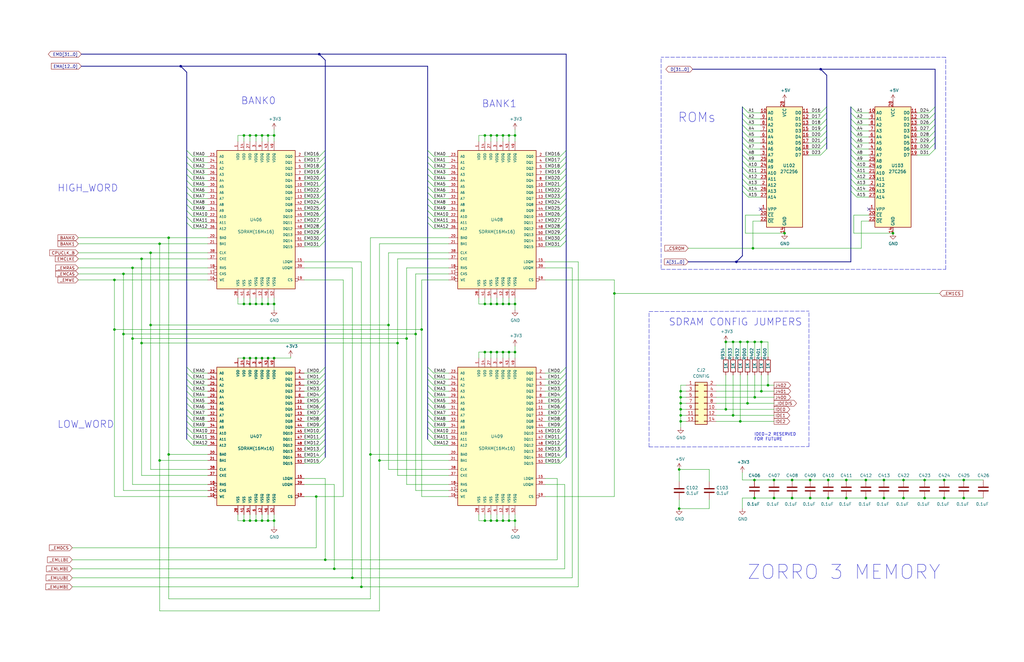
<source format=kicad_sch>
(kicad_sch (version 20211123) (generator eeschema)
  (paper "B")
  (title_block (title "Amiga N2630") (date "2023-11-05") (rev "4.0.1a"))
  (junction (at 107.95 151.13))
  (junction (at 346.075 29.21))
  (junction (at 212.09 57.15))
  (junction (at 207.01 128.27))
  (junction (at 133.35 209.55))
  (junction (at 398.145 210.185))
  (junction (at 115.57 219.71))
  (junction (at 113.03 219.71))
  (junction (at 76.2 27.94))
  (junction (at 334.01 202.565))
  (junction (at 406.4 210.185))
  (junction (at 334.01 210.185))
  (junction (at 381 202.565))
  (junction (at 175.26 140.97))
  (junction (at 312.166 177.8))
  (junction (at 71.12 191.77))
  (junction (at 306.07 144.272))
  (junction (at 115.57 57.15))
  (junction (at 110.49 219.71))
  (junction (at 140.97 240.03))
  (junction (at 318.135 210.185))
  (junction (at 55.88 142.875))
  (junction (at 318.135 202.565))
  (junction (at 365.125 202.565))
  (junction (at 398.145 202.565))
  (junction (at 372.745 210.185))
  (junction (at 321.056 144.272))
  (junction (at 107.95 219.71))
  (junction (at 321.056 165.1))
  (junction (at 381 210.185))
  (junction (at 376.555 98.425))
  (junction (at 326.39 202.565))
  (junction (at 113.03 151.13))
  (junction (at 212.09 128.27))
  (junction (at 315.214 170.18))
  (junction (at 317.5 104.775))
  (junction (at 204.47 219.71))
  (junction (at 312.166 144.272))
  (junction (at 349.25 210.185))
  (junction (at 171.45 142.875))
  (junction (at 341.63 210.185))
  (junction (at 207.01 148.59))
  (junction (at 102.87 151.13))
  (junction (at 330.835 98.425))
  (junction (at 310.515 110.49))
  (junction (at 115.57 128.27))
  (junction (at 102.87 57.15))
  (junction (at 177.8 139.065))
  (junction (at 217.17 219.71))
  (junction (at 306.07 172.72))
  (junction (at 152.4 247.65))
  (junction (at 209.55 148.59))
  (junction (at 287.02 175.26))
  (junction (at 204.47 57.15))
  (junction (at 209.55 128.27))
  (junction (at 287.02 165.1))
  (junction (at 204.47 148.59))
  (junction (at 323.85 162.56))
  (junction (at 209.55 57.15))
  (junction (at 105.41 128.27))
  (junction (at 67.31 102.87))
  (junction (at 356.87 210.185))
  (junction (at 63.5 137.16))
  (junction (at 214.63 57.15))
  (junction (at 214.63 148.59))
  (junction (at 309.118 144.272))
  (junction (at 110.49 151.13))
  (junction (at 309.118 175.26))
  (junction (at 59.69 144.78))
  (junction (at 217.17 57.15))
  (junction (at 167.64 144.78))
  (junction (at 52.07 140.97))
  (junction (at 55.88 113.03))
  (junction (at 102.87 128.27))
  (junction (at 163.83 137.16))
  (junction (at 59.69 109.22))
  (junction (at 287.02 167.64))
  (junction (at 341.63 202.565))
  (junction (at 207.01 219.71))
  (junction (at 318.262 167.64))
  (junction (at 156.21 191.77))
  (junction (at 160.02 194.31))
  (junction (at 209.55 219.71))
  (junction (at 105.41 151.13))
  (junction (at 105.41 57.15))
  (junction (at 63.5 106.68))
  (junction (at 372.745 202.565))
  (junction (at 105.41 219.71))
  (junction (at 48.26 139.065))
  (junction (at 67.31 194.31))
  (junction (at 287.02 172.72))
  (junction (at 107.95 57.15))
  (junction (at 326.39 210.185))
  (junction (at 286.385 198.12))
  (junction (at 259.08 123.825))
  (junction (at 406.4 202.565))
  (junction (at 48.26 118.11))
  (junction (at 148.59 243.84))
  (junction (at 110.49 57.15))
  (junction (at 52.07 115.57))
  (junction (at 212.09 148.59))
  (junction (at 315.214 144.272))
  (junction (at 356.87 202.565))
  (junction (at 102.87 219.71))
  (junction (at 71.12 100.33))
  (junction (at 287.02 170.18))
  (junction (at 134.62 22.86))
  (junction (at 217.17 128.27))
  (junction (at 214.63 128.27))
  (junction (at 115.57 151.13))
  (junction (at 365.125 210.185))
  (junction (at 110.49 128.27))
  (junction (at 204.47 128.27))
  (junction (at 137.16 236.22))
  (junction (at 318.262 144.272))
  (junction (at 217.17 148.59))
  (junction (at 287.02 177.8))
  (junction (at 113.03 57.15))
  (junction (at 389.89 210.185))
  (junction (at 107.95 128.27))
  (junction (at 113.03 128.27))
  (junction (at 207.01 57.15))
  (junction (at 214.63 219.71))
  (junction (at 286.385 214.63))
  (junction (at 349.25 202.565))
  (junction (at 389.89 202.565))
  (junction (at 212.09 219.71))
  (no_connect (at 366.395 88.265))
  (no_connect (at 320.675 88.265))
  (bus_entry (at 81.28 157.48) (size -2.54 -2.54))
  (bus_entry (at 236.22 83.82) (size 2.54 -2.54))
  (bus_entry (at 134.62 101.6) (size 2.54 -2.54))
  (bus_entry (at 134.62 86.36) (size 2.54 -2.54))
  (bus_entry (at 236.22 193.04) (size 2.54 -2.54))
  (bus_entry (at 236.22 172.72) (size 2.54 -2.54))
  (bus_entry (at 391.795 65.405) (size 2.54 -2.54))
  (bus_entry (at 134.62 187.96) (size 2.54 -2.54))
  (bus_entry (at 81.28 86.36) (size -2.54 -2.54))
  (bus_entry (at 391.795 52.705) (size 2.54 -2.54))
  (bus_entry (at 81.28 88.9) (size -2.54 -2.54))
  (bus_entry (at 236.22 73.66) (size 2.54 -2.54))
  (bus_entry (at 81.28 73.66) (size -2.54 -2.54))
  (bus_entry (at 134.62 193.04) (size 2.54 -2.54))
  (bus_entry (at 134.62 190.5) (size 2.54 -2.54))
  (bus_entry (at 236.22 66.04) (size 2.54 -2.54))
  (bus_entry (at 134.62 170.18) (size 2.54 -2.54))
  (bus_entry (at 134.62 88.9) (size 2.54 -2.54))
  (bus_entry (at 315.595 70.485) (size -2.54 -2.54))
  (bus_entry (at 182.88 66.04) (size -2.54 -2.54))
  (bus_entry (at 182.88 88.9) (size -2.54 -2.54))
  (bus_entry (at 182.88 180.34) (size -2.54 -2.54))
  (bus_entry (at 236.22 71.12) (size 2.54 -2.54))
  (bus_entry (at 134.62 182.88) (size 2.54 -2.54))
  (bus_entry (at 81.28 93.98) (size -2.54 -2.54))
  (bus_entry (at 361.315 47.625) (size -2.54 -2.54))
  (bus_entry (at 81.28 172.72) (size -2.54 -2.54))
  (bus_entry (at 81.28 71.12) (size -2.54 -2.54))
  (bus_entry (at 361.315 52.705) (size -2.54 -2.54))
  (bus_entry (at 361.315 55.245) (size -2.54 -2.54))
  (bus_entry (at 346.075 65.405) (size 2.54 -2.54))
  (bus_entry (at 182.88 78.74) (size -2.54 -2.54))
  (bus_entry (at 182.88 175.26) (size -2.54 -2.54))
  (bus_entry (at 182.88 187.96) (size -2.54 -2.54))
  (bus_entry (at 182.88 177.8) (size -2.54 -2.54))
  (bus_entry (at 182.88 91.44) (size -2.54 -2.54))
  (bus_entry (at 236.22 68.58) (size 2.54 -2.54))
  (bus_entry (at 315.595 47.625) (size -2.54 -2.54))
  (bus_entry (at 81.28 83.82) (size -2.54 -2.54))
  (bus_entry (at 134.62 180.34) (size 2.54 -2.54))
  (bus_entry (at 236.22 76.2) (size 2.54 -2.54))
  (bus_entry (at 182.88 170.18) (size -2.54 -2.54))
  (bus_entry (at 315.595 78.105) (size -2.54 -2.54))
  (bus_entry (at 346.075 55.245) (size 2.54 -2.54))
  (bus_entry (at 236.22 177.8) (size 2.54 -2.54))
  (bus_entry (at 361.315 83.185) (size -2.54 -2.54))
  (bus_entry (at 315.595 67.945) (size -2.54 -2.54))
  (bus_entry (at 236.22 182.88) (size 2.54 -2.54))
  (bus_entry (at 81.28 68.58) (size -2.54 -2.54))
  (bus_entry (at 81.28 165.1) (size -2.54 -2.54))
  (bus_entry (at 361.315 73.025) (size -2.54 -2.54))
  (bus_entry (at 81.28 162.56) (size -2.54 -2.54))
  (bus_entry (at 236.22 93.98) (size 2.54 -2.54))
  (bus_entry (at 81.28 187.96) (size -2.54 -2.54))
  (bus_entry (at 236.22 86.36) (size 2.54 -2.54))
  (bus_entry (at 315.595 80.645) (size -2.54 -2.54))
  (bus_entry (at 81.28 175.26) (size -2.54 -2.54))
  (bus_entry (at 236.22 165.1) (size 2.54 -2.54))
  (bus_entry (at 134.62 167.64) (size 2.54 -2.54))
  (bus_entry (at 81.28 177.8) (size -2.54 -2.54))
  (bus_entry (at 315.595 52.705) (size -2.54 -2.54))
  (bus_entry (at 134.62 78.74) (size 2.54 -2.54))
  (bus_entry (at 361.315 62.865) (size -2.54 -2.54))
  (bus_entry (at 236.22 167.64) (size 2.54 -2.54))
  (bus_entry (at 236.22 175.26) (size 2.54 -2.54))
  (bus_entry (at 361.315 65.405) (size -2.54 -2.54))
  (bus_entry (at 236.22 81.28) (size 2.54 -2.54))
  (bus_entry (at 134.62 93.98) (size 2.54 -2.54))
  (bus_entry (at 182.88 162.56) (size -2.54 -2.54))
  (bus_entry (at 236.22 180.34) (size 2.54 -2.54))
  (bus_entry (at 391.795 50.165) (size 2.54 -2.54))
  (bus_entry (at 182.88 167.64) (size -2.54 -2.54))
  (bus_entry (at 236.22 185.42) (size 2.54 -2.54))
  (bus_entry (at 134.62 73.66) (size 2.54 -2.54))
  (bus_entry (at 182.88 83.82) (size -2.54 -2.54))
  (bus_entry (at 134.62 71.12) (size 2.54 -2.54))
  (bus_entry (at 236.22 101.6) (size 2.54 -2.54))
  (bus_entry (at 134.62 160.02) (size 2.54 -2.54))
  (bus_entry (at 182.88 76.2) (size -2.54 -2.54))
  (bus_entry (at 134.62 165.1) (size 2.54 -2.54))
  (bus_entry (at 81.28 167.64) (size -2.54 -2.54))
  (bus_entry (at 236.22 190.5) (size 2.54 -2.54))
  (bus_entry (at 182.88 165.1) (size -2.54 -2.54))
  (bus_entry (at 315.595 75.565) (size -2.54 -2.54))
  (bus_entry (at 346.075 47.625) (size 2.54 -2.54))
  (bus_entry (at 134.62 68.58) (size 2.54 -2.54))
  (bus_entry (at 134.62 66.04) (size 2.54 -2.54))
  (bus_entry (at 315.595 55.245) (size -2.54 -2.54))
  (bus_entry (at 315.595 73.025) (size -2.54 -2.54))
  (bus_entry (at 81.28 96.52) (size -2.54 -2.54))
  (bus_entry (at 236.22 187.96) (size 2.54 -2.54))
  (bus_entry (at 361.315 60.325) (size -2.54 -2.54))
  (bus_entry (at 81.28 76.2) (size -2.54 -2.54))
  (bus_entry (at 134.62 91.44) (size 2.54 -2.54))
  (bus_entry (at 134.62 99.06) (size 2.54 -2.54))
  (bus_entry (at 236.22 88.9) (size 2.54 -2.54))
  (bus_entry (at 236.22 195.58) (size 2.54 -2.54))
  (bus_entry (at 182.88 182.88) (size -2.54 -2.54))
  (bus_entry (at 182.88 157.48) (size -2.54 -2.54))
  (bus_entry (at 361.315 67.945) (size -2.54 -2.54))
  (bus_entry (at 346.075 57.785) (size 2.54 -2.54))
  (bus_entry (at 134.62 96.52) (size 2.54 -2.54))
  (bus_entry (at 134.62 162.56) (size 2.54 -2.54))
  (bus_entry (at 81.28 185.42) (size -2.54 -2.54))
  (bus_entry (at 134.62 172.72) (size 2.54 -2.54))
  (bus_entry (at 236.22 96.52) (size 2.54 -2.54))
  (bus_entry (at 81.28 66.04) (size -2.54 -2.54))
  (bus_entry (at 81.28 81.28) (size -2.54 -2.54))
  (bus_entry (at 236.22 104.14) (size 2.54 -2.54))
  (bus_entry (at 236.22 78.74) (size 2.54 -2.54))
  (bus_entry (at 81.28 170.18) (size -2.54 -2.54))
  (bus_entry (at 81.28 78.74) (size -2.54 -2.54))
  (bus_entry (at 236.22 99.06) (size 2.54 -2.54))
  (bus_entry (at 315.595 83.185) (size -2.54 -2.54))
  (bus_entry (at 236.22 162.56) (size 2.54 -2.54))
  (bus_entry (at 134.62 185.42) (size 2.54 -2.54))
  (bus_entry (at 236.22 160.02) (size 2.54 -2.54))
  (bus_entry (at 182.88 185.42) (size -2.54 -2.54))
  (bus_entry (at 346.075 60.325) (size 2.54 -2.54))
  (bus_entry (at 346.075 52.705) (size 2.54 -2.54))
  (bus_entry (at 361.315 57.785) (size -2.54 -2.54))
  (bus_entry (at 134.62 83.82) (size 2.54 -2.54))
  (bus_entry (at 182.88 71.12) (size -2.54 -2.54))
  (bus_entry (at 361.315 70.485) (size -2.54 -2.54))
  (bus_entry (at 81.28 180.34) (size -2.54 -2.54))
  (bus_entry (at 236.22 157.48) (size 2.54 -2.54))
  (bus_entry (at 315.595 50.165) (size -2.54 -2.54))
  (bus_entry (at 391.795 62.865) (size 2.54 -2.54))
  (bus_entry (at 391.795 55.245) (size 2.54 -2.54))
  (bus_entry (at 134.62 177.8) (size 2.54 -2.54))
  (bus_entry (at 182.88 93.98) (size -2.54 -2.54))
  (bus_entry (at 81.28 182.88) (size -2.54 -2.54))
  (bus_entry (at 346.075 62.865) (size 2.54 -2.54))
  (bus_entry (at 315.595 57.785) (size -2.54 -2.54))
  (bus_entry (at 236.22 91.44) (size 2.54 -2.54))
  (bus_entry (at 182.88 160.02) (size -2.54 -2.54))
  (bus_entry (at 134.62 104.14) (size 2.54 -2.54))
  (bus_entry (at 391.795 60.325) (size 2.54 -2.54))
  (bus_entry (at 182.88 172.72) (size -2.54 -2.54))
  (bus_entry (at 134.62 195.58) (size 2.54 -2.54))
  (bus_entry (at 361.315 80.645) (size -2.54 -2.54))
  (bus_entry (at 315.595 65.405) (size -2.54 -2.54))
  (bus_entry (at 391.795 57.785) (size 2.54 -2.54))
  (bus_entry (at 391.795 47.625) (size 2.54 -2.54))
  (bus_entry (at 182.88 68.58) (size -2.54 -2.54))
  (bus_entry (at 134.62 81.28) (size 2.54 -2.54))
  (bus_entry (at 361.315 75.565) (size -2.54 -2.54))
  (bus_entry (at 182.88 86.36) (size -2.54 -2.54))
  (bus_entry (at 81.28 91.44) (size -2.54 -2.54))
  (bus_entry (at 346.075 50.165) (size 2.54 -2.54))
  (bus_entry (at 182.88 81.28) (size -2.54 -2.54))
  (bus_entry (at 315.595 62.865) (size -2.54 -2.54))
  (bus_entry (at 134.62 157.48) (size 2.54 -2.54))
  (bus_entry (at 361.315 50.165) (size -2.54 -2.54))
  (bus_entry (at 134.62 76.2) (size 2.54 -2.54))
  (bus_entry (at 361.315 78.105) (size -2.54 -2.54))
  (bus_entry (at 81.28 160.02) (size -2.54 -2.54))
  (bus_entry (at 134.62 175.26) (size 2.54 -2.54))
  (bus_entry (at 315.595 60.325) (size -2.54 -2.54))
  (bus_entry (at 182.88 73.66) (size -2.54 -2.54))
  (bus_entry (at 236.22 170.18) (size 2.54 -2.54))
  (bus_entry (at 182.88 96.52) (size -2.54 -2.54))
  (bus (pts (xy 238.76 22.86) (xy 238.76 63.5)))
  (bus (pts (xy 78.74 93.98) (xy 78.74 154.94)))
  (wire (pts (xy 214.63 151.13) (xy 214.63 148.59)))
  (bus (pts (xy 346.075 29.21) (xy 394.335 29.21)))
  (wire (pts (xy 128.27 71.12) (xy 134.62 71.12)))
  (wire (pts (xy 229.87 157.48) (xy 236.22 157.48)))
  (wire (pts (xy 87.63 182.88) (xy 81.28 182.88)))
  (wire (pts (xy 314.325 90.805) (xy 314.325 98.425)))
  (wire (pts (xy 128.27 68.58) (xy 134.62 68.58)))
  (wire (pts (xy 381 210.185) (xy 389.89 210.185)))
  (wire (pts (xy 167.64 144.78) (xy 167.64 200.66)))
  (wire (pts (xy 115.57 57.15) (xy 115.57 54.61)))
  (wire (pts (xy 229.87 170.18) (xy 236.22 170.18)))
  (wire (pts (xy 115.57 59.69) (xy 115.57 57.15)))
  (bus (pts (xy 238.76 66.04) (xy 238.76 68.58)))
  (wire (pts (xy 59.69 200.66) (xy 59.69 144.78)))
  (bus (pts (xy 238.76 175.26) (xy 238.76 177.8)))
  (wire (pts (xy 156.21 252.73) (xy 71.12 252.73)))
  (bus (pts (xy 313.055 47.625) (xy 313.055 50.165)))
  (wire (pts (xy 323.85 158.242) (xy 323.85 162.56)))
  (bus (pts (xy 358.775 62.865) (xy 358.775 65.405)))
  (bus (pts (xy 238.76 154.94) (xy 238.76 157.48)))
  (wire (pts (xy 189.23 160.02) (xy 182.88 160.02)))
  (bus (pts (xy 180.34 27.94) (xy 180.34 63.5)))
  (wire (pts (xy 363.22 93.345) (xy 363.22 104.775)))
  (bus (pts (xy 358.775 67.945) (xy 358.775 70.485)))
  (wire (pts (xy 321.056 158.242) (xy 321.056 165.1)))
  (wire (pts (xy 229.87 76.2) (xy 236.22 76.2)))
  (bus (pts (xy 137.16 185.42) (xy 137.16 187.96)))
  (wire (pts (xy 189.23 115.57) (xy 175.26 115.57)))
  (wire (pts (xy 386.715 52.705) (xy 391.795 52.705)))
  (bus (pts (xy 180.34 162.56) (xy 180.34 165.1)))
  (wire (pts (xy 59.69 144.78) (xy 167.64 144.78)))
  (wire (pts (xy 87.63 113.03) (xy 55.88 113.03)))
  (bus (pts (xy 238.76 99.06) (xy 238.76 101.6)))
  (wire (pts (xy 128.27 190.5) (xy 134.62 190.5)))
  (bus (pts (xy 358.775 60.325) (xy 358.775 62.865)))
  (wire (pts (xy 302.006 177.8) (xy 312.166 177.8)))
  (wire (pts (xy 289.306 172.72) (xy 287.02 172.72)))
  (bus (pts (xy 348.615 31.75) (xy 348.615 45.085)))
  (wire (pts (xy 140.97 240.03) (xy 30.48 240.03)))
  (wire (pts (xy 67.31 257.81) (xy 160.02 257.81)))
  (wire (pts (xy 100.33 57.15) (xy 102.87 57.15)))
  (wire (pts (xy 189.23 102.87) (xy 160.02 102.87)))
  (wire (pts (xy 189.23 175.26) (xy 182.88 175.26)))
  (wire (pts (xy 366.395 78.105) (xy 361.315 78.105)))
  (wire (pts (xy 67.31 194.31) (xy 67.31 102.87)))
  (wire (pts (xy 365.125 210.185) (xy 372.745 210.185)))
  (wire (pts (xy 287.02 165.1) (xy 287.02 167.64)))
  (wire (pts (xy 320.675 55.245) (xy 315.595 55.245)))
  (wire (pts (xy 167.64 109.22) (xy 167.64 144.78)))
  (wire (pts (xy 189.23 76.2) (xy 182.88 76.2)))
  (wire (pts (xy 312.166 144.272) (xy 315.214 144.272)))
  (wire (pts (xy 340.995 55.245) (xy 346.075 55.245)))
  (wire (pts (xy 320.675 62.865) (xy 315.595 62.865)))
  (wire (pts (xy 189.23 100.33) (xy 156.21 100.33)))
  (bus (pts (xy 137.16 170.18) (xy 137.16 172.72)))
  (polyline (pts (xy 398.78 113.665) (xy 398.78 24.13)))
  (wire (pts (xy 52.07 115.57) (xy 87.63 115.57)))
  (wire (pts (xy 318.135 202.565) (xy 326.39 202.565)))
  (wire (pts (xy 386.715 55.245) (xy 391.795 55.245)))
  (wire (pts (xy 175.26 115.57) (xy 175.26 140.97)))
  (bus (pts (xy 137.16 157.48) (xy 137.16 160.02)))
  (bus (pts (xy 394.335 45.085) (xy 394.335 47.625)))
  (wire (pts (xy 189.23 207.01) (xy 175.26 207.01)))
  (wire (pts (xy 207.01 217.17) (xy 207.01 219.71)))
  (wire (pts (xy 87.63 78.74) (xy 81.28 78.74)))
  (wire (pts (xy 286.385 203.2) (xy 286.385 198.12)))
  (wire (pts (xy 189.23 68.58) (xy 182.88 68.58)))
  (wire (pts (xy 309.118 150.622) (xy 309.118 144.272)))
  (bus (pts (xy 238.76 165.1) (xy 238.76 167.64)))
  (bus (pts (xy 137.16 93.98) (xy 137.16 96.52)))
  (wire (pts (xy 340.995 57.785) (xy 346.075 57.785)))
  (wire (pts (xy 289.306 170.18) (xy 287.02 170.18)))
  (wire (pts (xy 128.27 81.28) (xy 134.62 81.28)))
  (wire (pts (xy 320.675 65.405) (xy 315.595 65.405)))
  (wire (pts (xy 160.02 194.31) (xy 160.02 257.81)))
  (bus (pts (xy 137.16 25.4) (xy 134.62 22.86)))
  (wire (pts (xy 321.056 144.272) (xy 323.85 144.272)))
  (bus (pts (xy 180.34 88.9) (xy 180.34 91.44)))
  (wire (pts (xy 289.306 175.26) (xy 287.02 175.26)))
  (wire (pts (xy 372.745 202.565) (xy 381 202.565)))
  (wire (pts (xy 201.93 128.27) (xy 204.47 128.27)))
  (bus (pts (xy 180.34 180.34) (xy 180.34 182.88)))
  (bus (pts (xy 134.62 22.86) (xy 238.76 22.86)))
  (wire (pts (xy 209.55 148.59) (xy 212.09 148.59)))
  (wire (pts (xy 302.006 162.56) (xy 323.85 162.56)))
  (wire (pts (xy 100.33 219.71) (xy 102.87 219.71)))
  (wire (pts (xy 128.27 170.18) (xy 134.62 170.18)))
  (wire (pts (xy 366.395 73.025) (xy 361.315 73.025)))
  (wire (pts (xy 87.63 109.22) (xy 59.69 109.22)))
  (wire (pts (xy 63.5 198.12) (xy 63.5 137.16)))
  (wire (pts (xy 201.93 125.73) (xy 201.93 128.27)))
  (bus (pts (xy 313.055 75.565) (xy 313.055 78.105)))
  (wire (pts (xy 204.47 148.59) (xy 207.01 148.59)))
  (wire (pts (xy 163.83 137.16) (xy 163.83 198.12)))
  (bus (pts (xy 180.34 71.12) (xy 180.34 73.66)))
  (wire (pts (xy 318.135 202.565) (xy 313.055 202.565)))
  (wire (pts (xy 340.995 52.705) (xy 346.075 52.705)))
  (wire (pts (xy 259.08 123.825) (xy 259.08 209.55)))
  (wire (pts (xy 299.085 198.12) (xy 299.085 203.2)))
  (wire (pts (xy 87.63 167.64) (xy 81.28 167.64)))
  (wire (pts (xy 229.87 81.28) (xy 236.22 81.28)))
  (bus (pts (xy 180.34 73.66) (xy 180.34 76.2)))
  (wire (pts (xy 229.87 113.03) (xy 241.3 113.03)))
  (bus (pts (xy 137.16 167.64) (xy 137.16 170.18)))
  (bus (pts (xy 358.775 50.165) (xy 358.775 52.705)))
  (wire (pts (xy 398.145 202.565) (xy 406.4 202.565)))
  (wire (pts (xy 189.23 88.9) (xy 182.88 88.9)))
  (wire (pts (xy 48.26 139.065) (xy 48.26 209.55)))
  (wire (pts (xy 201.93 57.15) (xy 204.47 57.15)))
  (wire (pts (xy 102.87 219.71) (xy 105.41 219.71)))
  (bus (pts (xy 180.34 182.88) (xy 180.34 185.42)))
  (wire (pts (xy 366.395 57.785) (xy 361.315 57.785)))
  (wire (pts (xy 102.87 151.13) (xy 105.41 151.13)))
  (wire (pts (xy 318.135 210.185) (xy 326.39 210.185)))
  (bus (pts (xy 137.16 91.44) (xy 137.16 93.98)))
  (wire (pts (xy 299.085 214.63) (xy 299.085 210.82)))
  (wire (pts (xy 366.395 75.565) (xy 361.315 75.565)))
  (wire (pts (xy 214.63 217.17) (xy 214.63 219.71)))
  (bus (pts (xy 180.34 76.2) (xy 180.34 78.74)))
  (wire (pts (xy 107.95 151.13) (xy 110.49 151.13)))
  (wire (pts (xy 212.09 217.17) (xy 212.09 219.71)))
  (wire (pts (xy 302.006 167.64) (xy 318.262 167.64)))
  (bus (pts (xy 137.16 182.88) (xy 137.16 185.42)))
  (bus (pts (xy 394.335 52.705) (xy 394.335 55.245)))
  (wire (pts (xy 317.5 104.775) (xy 290.195 104.775)))
  (wire (pts (xy 71.12 191.77) (xy 71.12 100.33)))
  (wire (pts (xy 320.675 47.625) (xy 315.595 47.625)))
  (wire (pts (xy 189.23 78.74) (xy 182.88 78.74)))
  (wire (pts (xy 189.23 194.31) (xy 160.02 194.31)))
  (wire (pts (xy 128.27 162.56) (xy 134.62 162.56)))
  (wire (pts (xy 234.95 201.93) (xy 234.95 236.22)))
  (wire (pts (xy 340.995 47.625) (xy 346.075 47.625)))
  (bus (pts (xy 348.615 52.705) (xy 348.615 55.245)))
  (wire (pts (xy 214.63 219.71) (xy 217.17 219.71)))
  (bus (pts (xy 358.775 80.645) (xy 358.775 110.49)))
  (wire (pts (xy 128.27 88.9) (xy 134.62 88.9)))
  (bus (pts (xy 78.74 78.74) (xy 78.74 81.28)))
  (wire (pts (xy 229.87 83.82) (xy 236.22 83.82)))
  (wire (pts (xy 320.675 83.185) (xy 315.595 83.185)))
  (wire (pts (xy 286.385 214.63) (xy 299.085 214.63)))
  (wire (pts (xy 366.395 67.945) (xy 361.315 67.945)))
  (wire (pts (xy 105.41 125.73) (xy 105.41 128.27)))
  (bus (pts (xy 180.34 167.64) (xy 180.34 170.18)))
  (wire (pts (xy 217.17 148.59) (xy 217.17 146.05)))
  (wire (pts (xy 163.83 198.12) (xy 189.23 198.12)))
  (wire (pts (xy 189.23 96.52) (xy 182.88 96.52)))
  (bus (pts (xy 180.34 86.36) (xy 180.34 88.9)))
  (polyline (pts (xy 341.122 188.468) (xy 341.122 131.318)))
  (wire (pts (xy 309.118 175.26) (xy 326.39 175.26)))
  (bus (pts (xy 180.34 91.44) (xy 180.34 93.98)))
  (wire (pts (xy 386.715 62.865) (xy 391.795 62.865)))
  (wire (pts (xy 87.63 177.8) (xy 81.28 177.8)))
  (bus (pts (xy 76.2 27.94) (xy 180.34 27.94)))
  (wire (pts (xy 229.87 99.06) (xy 236.22 99.06)))
  (wire (pts (xy 229.87 187.96) (xy 236.22 187.96)))
  (wire (pts (xy 398.145 210.185) (xy 406.4 210.185)))
  (bus (pts (xy 310.515 110.49) (xy 358.775 110.49)))
  (wire (pts (xy 189.23 170.18) (xy 182.88 170.18)))
  (wire (pts (xy 365.125 202.565) (xy 356.87 202.565)))
  (wire (pts (xy 363.22 104.775) (xy 317.5 104.775)))
  (wire (pts (xy 102.87 128.27) (xy 105.41 128.27)))
  (wire (pts (xy 48.26 118.11) (xy 33.02 118.11)))
  (wire (pts (xy 229.87 204.47) (xy 238.125 204.47)))
  (bus (pts (xy 78.74 81.28) (xy 78.74 83.82)))
  (bus (pts (xy 137.16 154.94) (xy 137.16 157.48)))
  (bus (pts (xy 238.76 182.88) (xy 238.76 185.42)))
  (wire (pts (xy 87.63 191.77) (xy 71.12 191.77)))
  (wire (pts (xy 340.995 65.405) (xy 346.075 65.405)))
  (polyline (pts (xy 278.765 113.665) (xy 398.78 113.665)))
  (wire (pts (xy 238.125 240.03) (xy 238.125 204.47)))
  (wire (pts (xy 229.87 96.52) (xy 236.22 96.52)))
  (wire (pts (xy 321.056 165.1) (xy 302.006 165.1)))
  (bus (pts (xy 238.76 180.34) (xy 238.76 182.88)))
  (wire (pts (xy 381 202.565) (xy 389.89 202.565)))
  (wire (pts (xy 334.01 202.565) (xy 341.63 202.565)))
  (bus (pts (xy 238.76 162.56) (xy 238.76 165.1)))
  (bus (pts (xy 78.74 162.56) (xy 78.74 165.1)))
  (wire (pts (xy 209.55 125.73) (xy 209.55 128.27)))
  (wire (pts (xy 128.27 201.93) (xy 137.16 201.93)))
  (wire (pts (xy 63.5 137.16) (xy 63.5 106.68)))
  (wire (pts (xy 212.09 151.13) (xy 212.09 148.59)))
  (wire (pts (xy 87.63 157.48) (xy 81.28 157.48)))
  (bus (pts (xy 313.055 52.705) (xy 313.055 55.245)))
  (wire (pts (xy 52.07 207.01) (xy 52.07 140.97)))
  (bus (pts (xy 292.1 29.21) (xy 346.075 29.21)))
  (bus (pts (xy 180.34 175.26) (xy 180.34 177.8)))
  (wire (pts (xy 189.23 91.44) (xy 182.88 91.44)))
  (wire (pts (xy 128.27 175.26) (xy 134.62 175.26)))
  (wire (pts (xy 313.055 202.565) (xy 313.055 199.39)))
  (wire (pts (xy 67.31 194.31) (xy 67.31 257.81)))
  (wire (pts (xy 209.55 219.71) (xy 212.09 219.71)))
  (bus (pts (xy 358.775 65.405) (xy 358.775 67.945)))
  (wire (pts (xy 105.41 128.27) (xy 107.95 128.27)))
  (wire (pts (xy 209.55 217.17) (xy 209.55 219.71)))
  (wire (pts (xy 340.995 62.865) (xy 346.075 62.865)))
  (polyline (pts (xy 398.78 24.13) (xy 278.765 24.13)))
  (wire (pts (xy 115.57 151.13) (xy 122.555 151.13)))
  (wire (pts (xy 201.93 217.17) (xy 201.93 219.71)))
  (wire (pts (xy 107.95 128.27) (xy 110.49 128.27)))
  (wire (pts (xy 386.715 50.165) (xy 391.795 50.165)))
  (bus (pts (xy 238.76 170.18) (xy 238.76 172.72)))
  (wire (pts (xy 140.97 204.47) (xy 140.97 240.03)))
  (wire (pts (xy 87.63 118.11) (xy 48.26 118.11)))
  (wire (pts (xy 209.55 151.13) (xy 209.55 148.59)))
  (wire (pts (xy 366.395 70.485) (xy 361.315 70.485)))
  (wire (pts (xy 366.395 65.405) (xy 361.315 65.405)))
  (wire (pts (xy 113.03 219.71) (xy 115.57 219.71)))
  (wire (pts (xy 87.63 81.28) (xy 81.28 81.28)))
  (wire (pts (xy 320.675 57.785) (xy 315.595 57.785)))
  (bus (pts (xy 180.34 177.8) (xy 180.34 180.34)))
  (wire (pts (xy 177.8 118.11) (xy 177.8 139.065)))
  (bus (pts (xy 313.055 80.645) (xy 313.055 107.95)))
  (wire (pts (xy 349.25 202.565) (xy 341.63 202.565)))
  (wire (pts (xy 341.63 210.185) (xy 349.25 210.185)))
  (wire (pts (xy 217.17 59.69) (xy 217.17 57.15)))
  (bus (pts (xy 238.76 172.72) (xy 238.76 175.26)))
  (wire (pts (xy 366.395 55.245) (xy 361.315 55.245)))
  (bus (pts (xy 348.615 57.785) (xy 348.615 60.325)))
  (bus (pts (xy 238.76 185.42) (xy 238.76 187.96)))
  (wire (pts (xy 115.57 219.71) (xy 115.57 222.25)))
  (bus (pts (xy 180.34 81.28) (xy 180.34 83.82)))
  (wire (pts (xy 201.93 148.59) (xy 204.47 148.59)))
  (wire (pts (xy 102.87 125.73) (xy 102.87 128.27)))
  (wire (pts (xy 229.87 190.5) (xy 236.22 190.5)))
  (wire (pts (xy 204.47 217.17) (xy 204.47 219.71)))
  (wire (pts (xy 71.12 100.33) (xy 33.02 100.33)))
  (wire (pts (xy 52.07 140.97) (xy 175.26 140.97)))
  (wire (pts (xy 189.23 66.04) (xy 182.88 66.04)))
  (bus (pts (xy 78.74 76.2) (xy 78.74 78.74)))
  (bus (pts (xy 313.055 67.945) (xy 313.055 70.485)))
  (wire (pts (xy 389.89 202.565) (xy 398.145 202.565)))
  (wire (pts (xy 217.17 128.27) (xy 217.17 125.73)))
  (bus (pts (xy 78.74 180.34) (xy 78.74 182.88)))
  (wire (pts (xy 107.95 219.71) (xy 110.49 219.71)))
  (wire (pts (xy 152.4 110.49) (xy 152.4 247.65)))
  (wire (pts (xy 229.87 165.1) (xy 236.22 165.1)))
  (wire (pts (xy 128.27 86.36) (xy 134.62 86.36)))
  (wire (pts (xy 366.395 62.865) (xy 361.315 62.865)))
  (wire (pts (xy 366.395 90.805) (xy 360.045 90.805)))
  (bus (pts (xy 137.16 63.5) (xy 137.16 66.04)))
  (wire (pts (xy 366.395 83.185) (xy 361.315 83.185)))
  (bus (pts (xy 358.775 75.565) (xy 358.775 78.105)))
  (wire (pts (xy 137.16 236.22) (xy 234.95 236.22)))
  (wire (pts (xy 315.214 144.272) (xy 318.262 144.272)))
  (wire (pts (xy 229.87 91.44) (xy 236.22 91.44)))
  (bus (pts (xy 78.74 66.04) (xy 78.74 68.58)))
  (wire (pts (xy 102.87 57.15) (xy 105.41 57.15)))
  (wire (pts (xy 286.385 210.82) (xy 286.385 214.63)))
  (wire (pts (xy 189.23 180.34) (xy 182.88 180.34)))
  (bus (pts (xy 34.29 27.94) (xy 76.2 27.94)))
  (wire (pts (xy 302.006 170.18) (xy 315.214 170.18)))
  (bus (pts (xy 78.74 73.66) (xy 78.74 76.2)))
  (bus (pts (xy 137.16 187.96) (xy 137.16 190.5)))
  (wire (pts (xy 287.02 175.26) (xy 287.02 177.8)))
  (bus (pts (xy 78.74 160.02) (xy 78.74 162.56)))
  (wire (pts (xy 189.23 187.96) (xy 182.88 187.96)))
  (bus (pts (xy 78.74 91.44) (xy 78.74 93.98)))
  (wire (pts (xy 189.23 185.42) (xy 182.88 185.42)))
  (bus (pts (xy 137.16 175.26) (xy 137.16 177.8)))
  (bus (pts (xy 313.055 70.485) (xy 313.055 73.025)))
  (bus (pts (xy 137.16 160.02) (xy 137.16 162.56)))
  (wire (pts (xy 302.006 172.72) (xy 306.07 172.72)))
  (wire (pts (xy 189.23 113.03) (xy 171.45 113.03)))
  (wire (pts (xy 87.63 76.2) (xy 81.28 76.2)))
  (wire (pts (xy 87.63 160.02) (xy 81.28 160.02)))
  (wire (pts (xy 214.63 59.69) (xy 214.63 57.15)))
  (wire (pts (xy 171.45 142.875) (xy 171.45 204.47)))
  (bus (pts (xy 313.055 62.865) (xy 313.055 65.405)))
  (bus (pts (xy 348.615 47.625) (xy 348.615 50.165)))
  (wire (pts (xy 320.675 75.565) (xy 315.595 75.565)))
  (bus (pts (xy 78.74 63.5) (xy 78.74 66.04)))
  (wire (pts (xy 287.02 162.56) (xy 287.02 165.1)))
  (wire (pts (xy 320.675 93.345) (xy 317.5 93.345)))
  (wire (pts (xy 207.01 59.69) (xy 207.01 57.15)))
  (wire (pts (xy 306.07 144.272) (xy 309.118 144.272)))
  (wire (pts (xy 366.395 93.345) (xy 363.22 93.345)))
  (wire (pts (xy 229.87 185.42) (xy 236.22 185.42)))
  (wire (pts (xy 189.23 165.1) (xy 182.88 165.1)))
  (wire (pts (xy 406.4 202.565) (xy 414.655 202.565)))
  (wire (pts (xy 320.675 73.025) (xy 315.595 73.025)))
  (wire (pts (xy 87.63 86.36) (xy 81.28 86.36)))
  (wire (pts (xy 87.63 93.98) (xy 81.28 93.98)))
  (wire (pts (xy 212.09 57.15) (xy 214.63 57.15)))
  (wire (pts (xy 204.47 128.27) (xy 207.01 128.27)))
  (wire (pts (xy 229.87 177.8) (xy 236.22 177.8)))
  (wire (pts (xy 113.03 125.73) (xy 113.03 128.27)))
  (bus (pts (xy 313.055 60.325) (xy 313.055 62.865)))
  (bus (pts (xy 238.76 96.52) (xy 238.76 99.06)))
  (wire (pts (xy 156.21 100.33) (xy 156.21 191.77)))
  (wire (pts (xy 318.262 167.64) (xy 326.39 167.64)))
  (wire (pts (xy 87.63 162.56) (xy 81.28 162.56)))
  (wire (pts (xy 229.87 88.9) (xy 236.22 88.9)))
  (bus (pts (xy 358.775 52.705) (xy 358.775 55.245)))
  (wire (pts (xy 105.41 151.13) (xy 107.95 151.13)))
  (wire (pts (xy 52.07 140.97) (xy 52.07 115.57)))
  (wire (pts (xy 207.01 125.73) (xy 207.01 128.27)))
  (wire (pts (xy 212.09 148.59) (xy 214.63 148.59)))
  (wire (pts (xy 229.87 175.26) (xy 236.22 175.26)))
  (wire (pts (xy 137.16 236.22) (xy 30.48 236.22)))
  (bus (pts (xy 238.76 157.48) (xy 238.76 160.02)))
  (wire (pts (xy 287.02 170.18) (xy 287.02 172.72)))
  (wire (pts (xy 110.49 151.13) (xy 113.03 151.13)))
  (bus (pts (xy 137.16 162.56) (xy 137.16 165.1)))
  (bus (pts (xy 358.775 45.085) (xy 358.775 47.625)))
  (wire (pts (xy 110.49 128.27) (xy 113.03 128.27)))
  (wire (pts (xy 115.57 128.27) (xy 115.57 130.81)))
  (polyline (pts (xy 273.685 131.445) (xy 341.122 131.318)))
  (bus (pts (xy 394.335 60.325) (xy 394.335 62.865)))
  (bus (pts (xy 78.74 71.12) (xy 78.74 73.66)))
  (wire (pts (xy 175.26 140.97) (xy 175.26 207.01)))
  (wire (pts (xy 33.02 115.57) (xy 52.07 115.57)))
  (bus (pts (xy 34.29 22.86) (xy 134.62 22.86)))
  (wire (pts (xy 163.83 137.16) (xy 63.5 137.16)))
  (bus (pts (xy 78.74 30.48) (xy 76.2 27.94)))
  (wire (pts (xy 113.03 217.17) (xy 113.03 219.71)))
  (wire (pts (xy 209.55 57.15) (xy 212.09 57.15)))
  (wire (pts (xy 229.87 71.12) (xy 236.22 71.12)))
  (bus (pts (xy 358.775 55.245) (xy 358.775 57.785)))
  (wire (pts (xy 212.09 128.27) (xy 214.63 128.27)))
  (bus (pts (xy 358.775 70.485) (xy 358.775 73.025)))
  (bus (pts (xy 238.76 73.66) (xy 238.76 76.2)))
  (wire (pts (xy 217.17 219.71) (xy 217.17 217.17)))
  (wire (pts (xy 201.93 59.69) (xy 201.93 57.15)))
  (wire (pts (xy 229.87 193.04) (xy 236.22 193.04)))
  (wire (pts (xy 189.23 118.11) (xy 177.8 118.11)))
  (wire (pts (xy 318.135 210.185) (xy 313.055 210.185)))
  (wire (pts (xy 152.4 247.65) (xy 30.48 247.65)))
  (wire (pts (xy 128.27 180.34) (xy 134.62 180.34)))
  (wire (pts (xy 100.33 217.17) (xy 100.33 219.71)))
  (wire (pts (xy 214.63 125.73) (xy 214.63 128.27)))
  (wire (pts (xy 306.07 158.242) (xy 306.07 172.72)))
  (wire (pts (xy 318.262 158.242) (xy 318.262 167.64)))
  (wire (pts (xy 113.03 59.69) (xy 113.03 57.15)))
  (wire (pts (xy 148.59 243.84) (xy 30.48 243.84)))
  (wire (pts (xy 323.85 150.622) (xy 323.85 144.272)))
  (wire (pts (xy 128.27 185.42) (xy 134.62 185.42)))
  (bus (pts (xy 180.34 160.02) (xy 180.34 162.56)))
  (bus (pts (xy 78.74 177.8) (xy 78.74 180.34)))
  (bus (pts (xy 238.76 88.9) (xy 238.76 91.44)))
  (wire (pts (xy 201.93 219.71) (xy 204.47 219.71)))
  (wire (pts (xy 144.78 209.55) (xy 144.78 118.11)))
  (wire (pts (xy 107.95 59.69) (xy 107.95 57.15)))
  (wire (pts (xy 217.17 57.15) (xy 217.17 54.61)))
  (wire (pts (xy 128.27 96.52) (xy 134.62 96.52)))
  (wire (pts (xy 87.63 102.87) (xy 67.31 102.87)))
  (wire (pts (xy 113.03 128.27) (xy 115.57 128.27)))
  (wire (pts (xy 229.87 180.34) (xy 236.22 180.34)))
  (wire (pts (xy 55.88 113.03) (xy 33.02 113.03)))
  (wire (pts (xy 87.63 198.12) (xy 63.5 198.12)))
  (bus (pts (xy 180.34 63.5) (xy 180.34 66.04)))
  (bus (pts (xy 238.76 101.6) (xy 238.76 154.94)))
  (wire (pts (xy 287.02 167.64) (xy 287.02 170.18)))
  (wire (pts (xy 133.35 209.55) (xy 144.78 209.55)))
  (wire (pts (xy 87.63 172.72) (xy 81.28 172.72)))
  (wire (pts (xy 189.23 93.98) (xy 182.88 93.98)))
  (wire (pts (xy 229.87 182.88) (xy 236.22 182.88)))
  (bus (pts (xy 137.16 88.9) (xy 137.16 91.44)))
  (wire (pts (xy 229.87 209.55) (xy 259.08 209.55)))
  (bus (pts (xy 394.335 50.165) (xy 394.335 52.705)))
  (wire (pts (xy 128.27 182.88) (xy 134.62 182.88)))
  (bus (pts (xy 394.335 55.245) (xy 394.335 57.785)))
  (bus (pts (xy 180.34 157.48) (xy 180.34 160.02)))
  (wire (pts (xy 306.07 172.72) (xy 326.39 172.72)))
  (wire (pts (xy 315.214 170.18) (xy 326.39 170.18)))
  (wire (pts (xy 87.63 165.1) (xy 81.28 165.1)))
  (polyline (pts (xy 278.765 24.765) (xy 278.765 113.665)))
  (wire (pts (xy 287.02 172.72) (xy 287.02 175.26)))
  (wire (pts (xy 340.995 50.165) (xy 346.075 50.165)))
  (bus (pts (xy 137.16 96.52) (xy 137.16 99.06)))
  (wire (pts (xy 366.395 60.325) (xy 361.315 60.325)))
  (wire (pts (xy 214.63 128.27) (xy 217.17 128.27)))
  (bus (pts (xy 348.615 45.085) (xy 348.615 47.625)))
  (wire (pts (xy 177.8 139.065) (xy 48.26 139.065)))
  (bus (pts (xy 238.76 93.98) (xy 238.76 96.52)))
  (bus (pts (xy 238.76 63.5) (xy 238.76 66.04)))
  (wire (pts (xy 87.63 200.66) (xy 59.69 200.66)))
  (bus (pts (xy 78.74 83.82) (xy 78.74 86.36)))
  (wire (pts (xy 386.715 47.625) (xy 391.795 47.625)))
  (wire (pts (xy 110.49 217.17) (xy 110.49 219.71)))
  (wire (pts (xy 105.41 217.17) (xy 105.41 219.71)))
  (wire (pts (xy 63.5 106.68) (xy 33.02 106.68)))
  (wire (pts (xy 189.23 106.68) (xy 163.83 106.68)))
  (wire (pts (xy 309.118 158.242) (xy 309.118 175.26)))
  (wire (pts (xy 309.118 144.272) (xy 312.166 144.272)))
  (wire (pts (xy 128.27 187.96) (xy 134.62 187.96)))
  (wire (pts (xy 366.395 50.165) (xy 361.315 50.165)))
  (wire (pts (xy 163.83 106.68) (xy 163.83 137.16)))
  (wire (pts (xy 349.25 210.185) (xy 356.87 210.185)))
  (bus (pts (xy 238.76 160.02) (xy 238.76 162.56)))
  (wire (pts (xy 128.27 113.03) (xy 148.59 113.03)))
  (bus (pts (xy 78.74 165.1) (xy 78.74 167.64)))
  (bus (pts (xy 137.16 81.28) (xy 137.16 83.82)))
  (wire (pts (xy 313.055 210.185) (xy 313.055 214.63)))
  (wire (pts (xy 87.63 187.96) (xy 81.28 187.96)))
  (bus (pts (xy 348.615 50.165) (xy 348.615 52.705)))
  (wire (pts (xy 229.87 78.74) (xy 236.22 78.74)))
  (bus (pts (xy 180.34 93.98) (xy 180.34 154.94)))
  (bus (pts (xy 180.34 170.18) (xy 180.34 172.72)))
  (wire (pts (xy 229.87 195.58) (xy 236.22 195.58)))
  (bus (pts (xy 137.16 86.36) (xy 137.16 88.9)))
  (wire (pts (xy 259.08 123.825) (xy 396.24 123.825)))
  (wire (pts (xy 189.23 191.77) (xy 156.21 191.77)))
  (wire (pts (xy 287.02 177.8) (xy 287.02 180.34)))
  (wire (pts (xy 87.63 66.04) (xy 81.28 66.04)))
  (wire (pts (xy 360.045 90.805) (xy 360.045 98.425)))
  (wire (pts (xy 229.87 118.11) (xy 259.08 118.11)))
  (wire (pts (xy 320.675 52.705) (xy 315.595 52.705)))
  (wire (pts (xy 229.87 101.6) (xy 236.22 101.6)))
  (wire (pts (xy 189.23 71.12) (xy 182.88 71.12)))
  (wire (pts (xy 87.63 180.34) (xy 81.28 180.34)))
  (bus (pts (xy 78.74 157.48) (xy 78.74 160.02)))
  (bus (pts (xy 238.76 187.96) (xy 238.76 190.5)))
  (wire (pts (xy 229.87 66.04) (xy 236.22 66.04)))
  (wire (pts (xy 128.27 76.2) (xy 134.62 76.2)))
  (bus (pts (xy 137.16 190.5) (xy 137.16 193.04)))
  (wire (pts (xy 148.59 113.03) (xy 148.59 243.84)))
  (wire (pts (xy 152.4 247.65) (xy 243.84 247.65)))
  (bus (pts (xy 358.775 78.105) (xy 358.775 80.645)))
  (bus (pts (xy 78.74 167.64) (xy 78.74 170.18)))
  (wire (pts (xy 107.95 217.17) (xy 107.95 219.71)))
  (bus (pts (xy 78.74 88.9) (xy 78.74 91.44)))
  (bus (pts (xy 313.055 73.025) (xy 313.055 75.565)))
  (wire (pts (xy 214.63 148.59) (xy 217.17 148.59)))
  (wire (pts (xy 209.55 128.27) (xy 212.09 128.27)))
  (wire (pts (xy 105.41 219.71) (xy 107.95 219.71)))
  (wire (pts (xy 59.69 144.78) (xy 59.69 109.22)))
  (bus (pts (xy 137.16 71.12) (xy 137.16 73.66)))
  (bus (pts (xy 238.76 86.36) (xy 238.76 88.9)))
  (bus (pts (xy 137.16 25.4) (xy 137.16 63.5)))
  (wire (pts (xy 128.27 78.74) (xy 134.62 78.74)))
  (wire (pts (xy 55.88 142.875) (xy 171.45 142.875)))
  (wire (pts (xy 189.23 162.56) (xy 182.88 162.56)))
  (bus (pts (xy 137.16 177.8) (xy 137.16 180.34)))
  (wire (pts (xy 217.17 219.71) (xy 217.17 222.25)))
  (bus (pts (xy 78.74 30.48) (xy 78.74 63.5)))
  (bus (pts (xy 238.76 78.74) (xy 238.76 81.28)))
  (wire (pts (xy 212.09 59.69) (xy 212.09 57.15)))
  (wire (pts (xy 128.27 167.64) (xy 134.62 167.64)))
  (wire (pts (xy 87.63 106.68) (xy 63.5 106.68)))
  (wire (pts (xy 212.09 219.71) (xy 214.63 219.71)))
  (wire (pts (xy 160.02 102.87) (xy 160.02 194.31)))
  (bus (pts (xy 137.16 78.74) (xy 137.16 81.28)))
  (wire (pts (xy 201.93 151.13) (xy 201.93 148.59)))
  (wire (pts (xy 107.95 125.73) (xy 107.95 128.27)))
  (wire (pts (xy 128.27 110.49) (xy 152.4 110.49)))
  (wire (pts (xy 204.47 59.69) (xy 204.47 57.15)))
  (wire (pts (xy 128.27 165.1) (xy 134.62 165.1)))
  (wire (pts (xy 87.63 204.47) (xy 55.88 204.47)))
  (bus (pts (xy 313.055 50.165) (xy 313.055 52.705)))
  (bus (pts (xy 180.34 154.94) (xy 180.34 157.48)))
  (wire (pts (xy 217.17 128.27) (xy 217.17 130.81)))
  (wire (pts (xy 189.23 73.66) (xy 182.88 73.66)))
  (wire (pts (xy 323.85 162.56) (xy 326.39 162.56)))
  (wire (pts (xy 306.07 150.622) (xy 306.07 144.272)))
  (wire (pts (xy 259.08 118.11) (xy 259.08 123.825)))
  (wire (pts (xy 128.27 195.58) (xy 134.62 195.58)))
  (wire (pts (xy 366.395 47.625) (xy 361.315 47.625)))
  (wire (pts (xy 189.23 83.82) (xy 182.88 83.82)))
  (wire (pts (xy 140.97 240.03) (xy 238.125 240.03)))
  (wire (pts (xy 105.41 57.15) (xy 107.95 57.15)))
  (bus (pts (xy 180.34 78.74) (xy 180.34 81.28)))
  (bus (pts (xy 358.775 73.025) (xy 358.775 75.565)))
  (wire (pts (xy 128.27 83.82) (xy 134.62 83.82)))
  (wire (pts (xy 128.27 99.06) (xy 134.62 99.06)))
  (wire (pts (xy 128.27 157.48) (xy 134.62 157.48)))
  (wire (pts (xy 360.045 98.425) (xy 376.555 98.425)))
  (wire (pts (xy 207.01 57.15) (xy 209.55 57.15)))
  (wire (pts (xy 87.63 170.18) (xy 81.28 170.18)))
  (bus (pts (xy 238.76 83.82) (xy 238.76 86.36)))
  (wire (pts (xy 189.23 172.72) (xy 182.88 172.72)))
  (wire (pts (xy 110.49 59.69) (xy 110.49 57.15)))
  (bus (pts (xy 394.335 29.21) (xy 394.335 45.085)))
  (wire (pts (xy 207.01 151.13) (xy 207.01 148.59)))
  (wire (pts (xy 100.33 128.27) (xy 102.87 128.27)))
  (wire (pts (xy 312.166 150.622) (xy 312.166 144.272)))
  (bus (pts (xy 313.055 45.085) (xy 313.055 47.625)))
  (wire (pts (xy 229.87 104.14) (xy 236.22 104.14)))
  (wire (pts (xy 189.23 204.47) (xy 171.45 204.47)))
  (wire (pts (xy 189.23 200.66) (xy 167.64 200.66)))
  (wire (pts (xy 320.675 90.805) (xy 314.325 90.805)))
  (wire (pts (xy 229.87 167.64) (xy 236.22 167.64)))
  (wire (pts (xy 100.33 59.69) (xy 100.33 57.15)))
  (wire (pts (xy 334.01 210.185) (xy 341.63 210.185)))
  (polyline (pts (xy 273.685 132.08) (xy 273.685 188.595)))
  (bus (pts (xy 290.195 110.49) (xy 310.515 110.49)))
  (bus (pts (xy 394.335 57.785) (xy 394.335 60.325)))
  (wire (pts (xy 87.63 209.55) (xy 48.26 209.55)))
  (bus (pts (xy 310.515 110.49) (xy 313.055 107.95)))
  (wire (pts (xy 122.555 151.13) (xy 122.555 150.495)))
  (bus (pts (xy 78.74 172.72) (xy 78.74 175.26)))
  (wire (pts (xy 87.63 88.9) (xy 81.28 88.9)))
  (wire (pts (xy 189.23 157.48) (xy 182.88 157.48)))
  (bus (pts (xy 78.74 154.94) (xy 78.74 157.48)))
  (wire (pts (xy 171.45 113.03) (xy 171.45 142.875)))
  (wire (pts (xy 128.27 177.8) (xy 134.62 177.8)))
  (bus (pts (xy 313.055 78.105) (xy 313.055 80.645)))
  (bus (pts (xy 180.34 172.72) (xy 180.34 175.26)))
  (bus (pts (xy 180.34 68.58) (xy 180.34 71.12)))
  (wire (pts (xy 87.63 185.42) (xy 81.28 185.42)))
  (bus (pts (xy 238.76 177.8) (xy 238.76 180.34)))
  (wire (pts (xy 156.21 191.77) (xy 156.21 252.73)))
  (bus (pts (xy 78.74 68.58) (xy 78.74 71.12)))
  (wire (pts (xy 102.87 217.17) (xy 102.87 219.71)))
  (bus (pts (xy 137.16 165.1) (xy 137.16 167.64)))
  (wire (pts (xy 128.27 104.14) (xy 134.62 104.14)))
  (bus (pts (xy 180.34 165.1) (xy 180.34 167.64)))
  (wire (pts (xy 189.23 209.55) (xy 177.8 209.55)))
  (wire (pts (xy 312.166 177.8) (xy 326.39 177.8)))
  (wire (pts (xy 102.87 59.69) (xy 102.87 57.15)))
  (wire (pts (xy 204.47 151.13) (xy 204.47 148.59)))
  (wire (pts (xy 128.27 93.98) (xy 134.62 93.98)))
  (bus (pts (xy 313.055 55.245) (xy 313.055 57.785)))
  (wire (pts (xy 133.35 231.14) (xy 30.48 231.14)))
  (bus (pts (xy 137.16 101.6) (xy 137.16 154.94)))
  (bus (pts (xy 238.76 76.2) (xy 238.76 78.74)))
  (wire (pts (xy 320.675 50.165) (xy 315.595 50.165)))
  (bus (pts (xy 313.055 65.405) (xy 313.055 67.945)))
  (wire (pts (xy 302.006 175.26) (xy 309.118 175.26)))
  (wire (pts (xy 312.166 158.242) (xy 312.166 177.8)))
  (wire (pts (xy 189.23 182.88) (xy 182.88 182.88)))
  (wire (pts (xy 128.27 160.02) (xy 134.62 160.02)))
  (bus (pts (xy 137.16 172.72) (xy 137.16 175.26)))
  (wire (pts (xy 113.03 57.15) (xy 115.57 57.15)))
  (wire (pts (xy 320.675 67.945) (xy 315.595 67.945)))
  (wire (pts (xy 144.78 118.11) (xy 128.27 118.11)))
  (wire (pts (xy 289.306 177.8) (xy 287.02 177.8)))
  (wire (pts (xy 128.27 101.6) (xy 134.62 101.6)))
  (wire (pts (xy 229.87 201.93) (xy 234.95 201.93)))
  (wire (pts (xy 229.87 73.66) (xy 236.22 73.66)))
  (wire (pts (xy 133.35 209.55) (xy 133.35 231.14)))
  (bus (pts (xy 78.74 182.88) (xy 78.74 185.42)))
  (bus (pts (xy 238.76 190.5) (xy 238.76 193.04)))
  (wire (pts (xy 128.27 172.72) (xy 134.62 172.72)))
  (wire (pts (xy 128.27 91.44) (xy 134.62 91.44)))
  (bus (pts (xy 238.76 71.12) (xy 238.76 73.66)))
  (wire (pts (xy 289.306 165.1) (xy 287.02 165.1)))
  (bus (pts (xy 78.74 86.36) (xy 78.74 88.9)))
  (bus (pts (xy 137.16 73.66) (xy 137.16 76.2)))
  (wire (pts (xy 243.84 247.65) (xy 243.84 110.49)))
  (wire (pts (xy 71.12 191.77) (xy 71.12 252.73)))
  (wire (pts (xy 229.87 86.36) (xy 236.22 86.36)))
  (wire (pts (xy 207.01 128.27) (xy 209.55 128.27)))
  (wire (pts (xy 67.31 102.87) (xy 33.02 102.87)))
  (bus (pts (xy 180.34 83.82) (xy 180.34 86.36)))
  (wire (pts (xy 229.87 110.49) (xy 243.84 110.49)))
  (wire (pts (xy 229.87 162.56) (xy 236.22 162.56)))
  (wire (pts (xy 87.63 73.66) (xy 81.28 73.66)))
  (bus (pts (xy 137.16 180.34) (xy 137.16 182.88)))
  (bus (pts (xy 238.76 68.58) (xy 238.76 71.12)))
  (wire (pts (xy 87.63 71.12) (xy 81.28 71.12)))
  (wire (pts (xy 48.26 118.11) (xy 48.26 139.065)))
  (wire (pts (xy 229.87 68.58) (xy 236.22 68.58)))
  (wire (pts (xy 386.715 57.785) (xy 391.795 57.785)))
  (wire (pts (xy 128.27 66.04) (xy 134.62 66.04)))
  (wire (pts (xy 320.675 78.105) (xy 315.595 78.105)))
  (bus (pts (xy 238.76 81.28) (xy 238.76 83.82)))
  (wire (pts (xy 289.306 162.56) (xy 287.02 162.56)))
  (wire (pts (xy 55.88 204.47) (xy 55.88 142.875)))
  (wire (pts (xy 318.262 144.272) (xy 321.056 144.272)))
  (wire (pts (xy 229.87 160.02) (xy 236.22 160.02)))
  (wire (pts (xy 320.675 60.325) (xy 315.595 60.325)))
  (wire (pts (xy 326.39 202.565) (xy 334.01 202.565)))
  (wire (pts (xy 189.23 81.28) (xy 182.88 81.28)))
  (wire (pts (xy 87.63 175.26) (xy 81.28 175.26)))
  (wire (pts (xy 389.89 210.185) (xy 398.145 210.185)))
  (wire (pts (xy 87.63 83.82) (xy 81.28 83.82)))
  (wire (pts (xy 320.675 80.645) (xy 315.595 80.645)))
  (wire (pts (xy 356.87 210.185) (xy 365.125 210.185)))
  (wire (pts (xy 229.87 172.72) (xy 236.22 172.72)))
  (wire (pts (xy 55.88 142.875) (xy 55.88 113.03)))
  (wire (pts (xy 148.59 243.84) (xy 241.3 243.84)))
  (bus (pts (xy 137.16 99.06) (xy 137.16 101.6)))
  (wire (pts (xy 137.16 201.93) (xy 137.16 236.22)))
  (wire (pts (xy 317.5 93.345) (xy 317.5 104.775)))
  (wire (pts (xy 189.23 86.36) (xy 182.88 86.36)))
  (bus (pts (xy 348.615 55.245) (xy 348.615 57.785)))
  (wire (pts (xy 209.55 59.69) (xy 209.55 57.15)))
  (bus (pts (xy 137.16 76.2) (xy 137.16 78.74)))
  (wire (pts (xy 321.056 165.1) (xy 326.39 165.1)))
  (wire (pts (xy 314.325 98.425) (xy 330.835 98.425)))
  (wire (pts (xy 115.57 128.27) (xy 115.57 125.73)))
  (wire (pts (xy 315.214 150.622) (xy 315.214 144.272)))
  (wire (pts (xy 128.27 193.04) (xy 134.62 193.04)))
  (wire (pts (xy 177.8 139.065) (xy 177.8 209.55)))
  (bus (pts (xy 358.775 47.625) (xy 358.775 50.165)))
  (wire (pts (xy 241.3 243.84) (xy 241.3 113.03)))
  (wire (pts (xy 87.63 96.52) (xy 81.28 96.52)))
  (wire (pts (xy 229.87 93.98) (xy 236.22 93.98)))
  (bus (pts (xy 137.16 68.58) (xy 137.16 71.12)))
  (wire (pts (xy 207.01 148.59) (xy 209.55 148.59)))
  (wire (pts (xy 128.27 73.66) (xy 134.62 73.66)))
  (wire (pts (xy 318.262 150.622) (xy 318.262 144.272)))
  (wire (pts (xy 87.63 194.31) (xy 67.31 194.31)))
  (wire (pts (xy 115.57 219.71) (xy 115.57 217.17)))
  (bus (pts (xy 348.615 60.325) (xy 348.615 62.865)))
  (wire (pts (xy 204.47 125.73) (xy 204.47 128.27)))
  (wire (pts (xy 189.23 177.8) (xy 182.88 177.8)))
  (wire (pts (xy 128.27 209.55) (xy 133.35 209.55)))
  (wire (pts (xy 110.49 219.71) (xy 113.03 219.71)))
  (wire (pts (xy 87.63 100.33) (xy 71.12 100.33)))
  (wire (pts (xy 204.47 219.71) (xy 207.01 219.71)))
  (wire (pts (xy 406.4 210.185) (xy 414.655 210.185)))
  (bus (pts (xy 137.16 83.82) (xy 137.16 86.36)))
  (bus (pts (xy 238.76 167.64) (xy 238.76 170.18)))
  (wire (pts (xy 366.395 52.705) (xy 361.315 52.705)))
  (wire (pts (xy 214.63 57.15) (xy 217.17 57.15)))
  (wire (pts (xy 372.745 210.185) (xy 381 210.185)))
  (wire (pts (xy 366.395 80.645) (xy 361.315 80.645)))
  (polyline (pts (xy 273.685 188.595) (xy 341.122 188.468)))
  (wire (pts (xy 189.23 109.22) (xy 167.64 109.22)))
  (wire (pts (xy 87.63 91.44) (xy 81.28 91.44)))
  (wire (pts (xy 207.01 219.71) (xy 209.55 219.71)))
  (wire (pts (xy 372.745 202.565) (xy 365.125 202.565)))
  (wire (pts (xy 100.33 125.73) (xy 100.33 128.27)))
  (bus (pts (xy 78.74 175.26) (xy 78.74 177.8)))
  (wire (pts (xy 326.39 210.185) (xy 334.01 210.185)))
  (wire (pts (xy 320.675 70.485) (xy 315.595 70.485)))
  (wire (pts (xy 386.715 60.325) (xy 391.795 60.325)))
  (bus (pts (xy 394.335 47.625) (xy 394.335 50.165)))
  (wire (pts (xy 217.17 151.13) (xy 217.17 148.59)))
  (wire (pts (xy 356.87 202.565) (xy 349.25 202.565)))
  (wire (pts (xy 107.95 57.15) (xy 110.49 57.15)))
  (wire (pts (xy 212.09 125.73) (xy 212.09 128.27)))
  (bus (pts (xy 78.74 170.18) (xy 78.74 172.72)))
  (wire (pts (xy 110.49 125.73) (xy 110.49 128.27)))
  (wire (pts (xy 110.49 57.15) (xy 113.03 57.15)))
  (wire (pts (xy 100.33 151.13) (xy 102.87 151.13)))
  (wire (pts (xy 87.63 207.01) (xy 52.07 207.01)))
  (wire (pts (xy 105.41 59.69) (xy 105.41 57.15)))
  (wire (pts (xy 289.306 167.64) (xy 287.02 167.64)))
  (bus (pts (xy 137.16 66.04) (xy 137.16 68.58)))
  (bus (pts (xy 180.34 66.04) (xy 180.34 68.58)))
  (bus (pts (xy 358.775 57.785) (xy 358.775 60.325)))
  (wire (pts (xy 204.47 57.15) (xy 207.01 57.15)))
  (wire (pts (xy 321.056 150.622) (xy 321.056 144.272)))
  (bus (pts (xy 313.055 57.785) (xy 313.055 60.325)))
  (wire (pts (xy 340.995 60.325) (xy 346.075 60.325)))
  (bus (pts (xy 238.76 91.44) (xy 238.76 93.98)))
  (wire (pts (xy 189.23 167.64) (xy 182.88 167.64)))
  (bus (pts (xy 346.075 29.21) (xy 348.615 31.75)))
  (wire (pts (xy 59.69 109.22) (xy 33.02 109.22)))
  (wire (pts (xy 128.27 204.47) (xy 140.97 204.47)))
  (wire (pts (xy 113.03 151.13) (xy 115.57 151.13)))
  (wire (pts (xy 386.715 65.405) (xy 391.795 65.405)))
  (wire (pts (xy 315.214 158.242) (xy 315.214 170.18)))
  (wire (pts (xy 87.63 68.58) (xy 81.28 68.58)))
  (wire (pts (xy 286.385 198.12) (xy 299.085 198.12)))
  (text "ZORRO 3 MEMORY" (at 314.96 245.11 0) (effects (font (size 5.9944 5.9944)) (justify left bottom)))
  (text "IDE0-2 RESERVED\nFOR FUTURE" (at 318.008 186.182 0) (effects (font (size 1.27 1.27)) (justify left bottom)))
  (text "SDRAM CONFIG JUMPERS" (at 281.94 137.795 0) (effects (font (size 3 3)) (justify left bottom)))
  (text "HIGH_WORD" (at 24.13 81.28 0) (effects (font (size 2.9972 2.9972)) (justify left bottom)))
  (text "BANK1" (at 203.2 45.72 0) (effects (font (size 2.9972 2.9972)) (justify left bottom)))
  (text "BANK0" (at 101.6 44.45 0) (effects (font (size 2.9972 2.9972)) (justify left bottom)))
  (text "ROMs" (at 285.75 52.07 0) (effects (font (size 3.9878 3.9878)) (justify left bottom)))
  (text "LOW_WORD" (at 24.13 180.975 0) (effects (font (size 2.9972 2.9972)) (justify left bottom)))
  (label "EMA2" (at 182.88 162.56 0))
  (label "EMD6" (at 236.22 172.72 180))
  (label "EMA2" (at 81.28 71.12 0))
  (label "EMD0" (at 134.62 157.48 180))
  (label "A1" (at 315.595 47.625 0))
  (label "EMD22" (at 134.62 81.28 180))
  (label "A9" (at 361.315 67.945 0))
  (label "EMA0" (at 182.88 66.04 0))
  (label "D29" (at 391.795 60.325 180))
  (label "EMA4" (at 182.88 167.64 0))
  (label "A12" (at 361.315 75.565 0))
  (label "EMD26" (at 236.22 91.44 180))
  (label "EMA10" (at 81.28 182.88 0))
  (label "EMD2" (at 236.22 162.56 180))
  (label "EMD23" (at 134.62 83.82 180))
  (label "D17" (at 346.075 50.165 180))
  (label "EMD2" (at 134.62 162.56 180))
  (label "EMA10" (at 182.88 182.88 0))
  (label "D28" (at 391.795 57.785 180))
  (label "A13" (at 361.315 78.105 0))
  (label "EMA12" (at 182.88 187.96 0))
  (label "EMD4" (at 236.22 167.64 180))
  (label "D16" (at 346.075 47.625 180))
  (label "EMD30" (at 236.22 101.6 180))
  (label "EMD7" (at 236.22 175.26 180))
  (label "EMA12" (at 81.28 96.52 0))
  (label "EMD17" (at 134.62 68.58 180))
  (label "D31" (at 391.795 65.405 180))
  (label "EMD8" (at 236.22 177.8 180))
  (label "EMD7" (at 134.62 175.26 180))
  (label "EMA8" (at 81.28 177.8 0))
  (label "EMD5" (at 236.22 170.18 180))
  (label "A15" (at 361.315 83.185 0))
  (label "A15" (at 315.595 83.185 0))
  (label "EMD30" (at 134.62 101.6 180))
  (label "EMD27" (at 236.22 93.98 180))
  (label "EMD17" (at 236.22 68.58 180))
  (label "EMA9" (at 81.28 180.34 0))
  (label "EMA6" (at 81.28 81.28 0))
  (label "EMA11" (at 182.88 185.42 0))
  (label "EMA4" (at 81.28 76.2 0))
  (label "D22" (at 346.075 62.865 180))
  (label "EMD24" (at 134.62 86.36 180))
  (label "A7" (at 361.315 62.865 0))
  (label "EMD3" (at 236.22 165.1 180))
  (label "EMA6" (at 182.88 81.28 0))
  (label "A5" (at 315.595 57.785 0))
  (label "EMD28" (at 134.62 96.52 180))
  (label "EMD9" (at 236.22 180.34 180))
  (label "A6" (at 315.595 60.325 0))
  (label "EMD12" (at 134.62 187.96 180))
  (label "A8" (at 315.595 65.405 0))
  (label "EMD25" (at 134.62 88.9 180))
  (label "EMD9" (at 134.62 180.34 180))
  (label "EMA1" (at 81.28 68.58 0))
  (label "EMD14" (at 134.62 193.04 180))
  (label "EMD29" (at 134.62 99.06 180))
  (label "D25" (at 391.795 50.165 180))
  (label "D23" (at 346.075 65.405 180))
  (label "A3" (at 315.595 52.705 0))
  (label "EMA1" (at 81.28 160.02 0))
  (label "EMD8" (at 134.62 177.8 180))
  (label "A3" (at 361.315 52.705 0))
  (label "EMD19" (at 134.62 73.66 180))
  (label "D20" (at 346.075 57.785 180))
  (label "EMA5" (at 81.28 170.18 0))
  (label "EMA7" (at 182.88 175.26 0))
  (label "D27" (at 391.795 55.245 180))
  (label "EMA3" (at 81.28 73.66 0))
  (label "EMD0" (at 236.22 157.48 180))
  (label "EMD20" (at 236.22 76.2 180))
  (label "EMA7" (at 81.28 175.26 0))
  (label "EMA9" (at 182.88 180.34 0))
  (label "EMA11" (at 182.88 93.98 0))
  (label "D26" (at 391.795 52.705 180))
  (label "EMA8" (at 182.88 177.8 0))
  (label "EMD26" (at 134.62 91.44 180))
  (label "D24" (at 391.795 47.625 180))
  (label "EMD31" (at 236.22 104.14 180))
  (label "EMA1" (at 182.88 68.58 0))
  (label "EMD10" (at 236.22 182.88 180))
  (label "A14" (at 361.315 80.645 0))
  (label "EMD4" (at 134.62 167.64 180))
  (label "EMD1" (at 236.22 160.02 180))
  (label "A10" (at 315.595 70.485 0))
  (label "D21" (at 346.075 60.325 180))
  (label "EMA11" (at 81.28 185.42 0))
  (label "EMD13" (at 236.22 190.5 180))
  (label "EMA4" (at 81.28 167.64 0))
  (label "A4" (at 315.595 55.245 0))
  (label "EMD11" (at 236.22 185.42 180))
  (label "A7" (at 315.595 62.865 0))
  (label "EMD16" (at 134.62 66.04 180))
  (label "EMD20" (at 134.62 76.2 180))
  (label "A5" (at 361.315 57.785 0))
  (label "A4" (at 361.315 55.245 0))
  (label "EMD28" (at 236.22 96.52 180))
  (label "EMA10" (at 81.28 91.44 0))
  (label "EMA9" (at 182.88 88.9 0))
  (label "EMA2" (at 81.28 162.56 0))
  (label "EMA12" (at 81.28 187.96 0))
  (label "EMD25" (at 236.22 88.9 180))
  (label "EMA3" (at 182.88 73.66 0))
  (label "EMD13" (at 134.62 190.5 180))
  (label "EMD21" (at 236.22 78.74 180))
  (label "EMA8" (at 81.28 86.36 0))
  (label "EMA11" (at 81.28 93.98 0))
  (label "EMA10" (at 182.88 91.44 0))
  (label "EMD18" (at 134.62 71.12 180))
  (label "EMD15" (at 134.62 195.58 180))
  (label "A13" (at 315.595 78.105 0))
  (label "EMD29" (at 236.22 99.06 180))
  (label "EMD12" (at 236.22 187.96 180))
  (label "EMD18" (at 236.22 71.12 180))
  (label "EMD22" (at 236.22 81.28 180))
  (label "EMA3" (at 81.28 165.1 0))
  (label "EMA5" (at 182.88 78.74 0))
  (label "EMD31" (at 134.62 104.14 180))
  (label "EMA7" (at 81.28 83.82 0))
  (label "EMD3" (at 134.62 165.1 180))
  (label "EMD19" (at 236.22 73.66 180))
  (label "EMD6" (at 134.62 172.72 180))
  (label "A9" (at 315.595 67.945 0))
  (label "A11" (at 315.595 73.025 0))
  (label "EMD27" (at 134.62 93.98 180))
  (label "EMA9" (at 81.28 88.9 0))
  (label "EMD16" (at 236.22 66.04 180))
  (label "A12" (at 315.595 75.565 0))
  (label "EMD15" (at 236.22 195.58 180))
  (label "EMA12" (at 182.88 96.52 0))
  (label "D30" (at 391.795 62.865 180))
  (label "EMA8" (at 182.88 86.36 0))
  (label "EMD23" (at 236.22 83.82 180))
  (label "A6" (at 361.315 60.325 0))
  (label "EMA6" (at 182.88 172.72 0))
  (label "A2" (at 315.595 50.165 0))
  (label "EMA0" (at 81.28 66.04 0))
  (label "EMD21" (at 134.62 78.74 180))
  (label "A8" (at 361.315 65.405 0))
  (label "A2" (at 361.315 50.165 0))
  (label "EMD10" (at 134.62 182.88 180))
  (label "EMA1" (at 182.88 160.02 0))
  (label "EMA6" (at 81.28 172.72 0))
  (label "EMD11" (at 134.62 185.42 180))
  (label "EMD14" (at 236.22 193.04 180))
  (label "EMD5" (at 134.62 170.18 180))
  (label "EMA3" (at 182.88 165.1 0))
  (label "EMA5" (at 182.88 170.18 0))
  (label "A10" (at 361.315 70.485 0))
  (label "EMA4" (at 182.88 76.2 0))
  (label "EMA7" (at 182.88 83.82 0))
  (label "D18" (at 346.075 52.705 180))
  (label "A14" (at 315.595 80.645 0))
  (label "EMA0" (at 182.88 157.48 0))
  (label "EMD24" (at 236.22 86.36 180))
  (label "A11" (at 361.315 73.025 0))
  (label "EMA2" (at 182.88 71.12 0))
  (label "EMA0" (at 81.28 157.48 0))
  (label "EMA5" (at 81.28 78.74 0))
  (label "D19" (at 346.075 55.245 180))
  (label "A1" (at 361.315 47.625 0))
  (label "EMD1" (at 134.62 160.02 180))
  (global_label "BANK1" (shape input) (at 33.02 102.87 180) (property "Intersheet References" "${INTERSHEET_REFS}" (effects hide)))
  (global_label "EMA[12..0]" (shape input) (at 34.29 27.94 180) (property "Intersheet References" "${INTERSHEET_REFS}" (effects hide)))
  (global_label "IDE2" (shape output) (at 326.39 177.8 0) (property "Intersheet References" "${INTERSHEET_REFS}" (effects hide)))
  (global_label "_EMCAS" (shape input) (at 33.02 115.57 180) (property "Intersheet References" "${INTERSHEET_REFS}" (effects hide)))
  (global_label "_EMRAS" (shape input) (at 33.02 113.03 180) (property "Intersheet References" "${INTERSHEET_REFS}" (effects hide)))
  (global_label "J400" (shape output) (at 326.39 167.64 0) (property "Intersheet References" "${INTERSHEET_REFS}" (effects hide)))
  (global_label "_EM1CS" (shape input) (at 396.24 123.825 0) (property "Intersheet References" "${INTERSHEET_REFS}" (effects hide)))
  (global_label "EMD[31..0]" (shape bidirectional) (at 34.29 22.86 180) (property "Intersheet References" "${INTERSHEET_REFS}" (effects hide)))
  (global_label "IDE0" (shape output) (at 326.39 172.72 0) (property "Intersheet References" "${INTERSHEET_REFS}" (effects hide)))
  (global_label "CPUCLK_B" (shape input) (at 33.02 106.68 180) (property "Intersheet References" "${INTERSHEET_REFS}" (effects hide)))
  (global_label "_EMLLBE" (shape input) (at 30.48 236.22 180) (property "Intersheet References" "${INTERSHEET_REFS}" (effects hide)))
  (global_label "J402" (shape output) (at 326.39 162.56 0) (property "Intersheet References" "${INTERSHEET_REFS}" (effects hide)))
  (global_label "_EMLMBE" (shape input) (at 30.48 240.03 180) (property "Intersheet References" "${INTERSHEET_REFS}" (effects hide)))
  (global_label "_EMUMBE" (shape input) (at 30.48 247.65 180) (property "Intersheet References" "${INTERSHEET_REFS}" (effects hide)))
  (global_label "D[31..0]" (shape bidirectional) (at 292.1 29.21 180) (property "Intersheet References" "${INTERSHEET_REFS}" (effects hide)))
  (global_label "J401" (shape output) (at 326.39 165.1 0) (property "Intersheet References" "${INTERSHEET_REFS}" (effects hide)))
  (global_label "_CSROM" (shape input) (at 290.195 104.775 180) (property "Intersheet References" "${INTERSHEET_REFS}" (effects hide)))
  (global_label "_EMUUBE" (shape input) (at 30.48 243.84 180) (property "Intersheet References" "${INTERSHEET_REFS}" (effects hide)))
  (global_label "_IDEDIS" (shape output) (at 326.39 170.18 0) (property "Intersheet References" "${INTERSHEET_REFS}" (effects hide)))
  (global_label "BANK0" (shape input) (at 33.02 100.33 180) (property "Intersheet References" "${INTERSHEET_REFS}" (effects hide)))
  (global_label "_EM0CS" (shape input) (at 30.48 231.14 180) (property "Intersheet References" "${INTERSHEET_REFS}" (effects hide)))
  (global_label "EMCLKE" (shape input) (at 33.02 109.22 180) (property "Intersheet References" "${INTERSHEET_REFS}" (effects hide)))
  (global_label "_EMWE" (shape input) (at 33.02 118.11 180) (property "Intersheet References" "${INTERSHEET_REFS}" (effects hide)))
  (global_label "A[31..0]" (shape input) (at 290.195 110.49 180) (property "Intersheet References" "${INTERSHEET_REFS}" (effects hide)))
  (global_label "IDE1" (shape output) (at 326.39 175.26 0) (property "Intersheet References" "${INTERSHEET_REFS}" (effects hide)))
  (symbol (lib_id "N2630:SDRAM_256MB(16Mx16)") (at 107.95 92.71 0) (unit 1)
    (property "Reference" "U406" (at 107.95 92.71 0))
    (property "Value" "SDRAM(16Mx16)" (at 107.95 97.79 0))
    (property "Footprint" "Package_SO:TSOP-II-54_22.2x10.16mm_P0.8mm" (effects hide))
  )
  (symbol (lib_id "power:+3.3V") (at 115.57 54.61 0) (unit 1)
    (property "Reference" "#PWR0117" (effects hide))
    (property "Value" "+3.3V" (at 115.951 50.2158 0))
  )
  (symbol (lib_id "power:GND") (at 115.57 130.81 0) (unit 1)
    (property "Reference" "#PWR0118" (effects hide))
    (property "Value" "GND" (at 115.697 135.2042 0))
  )
  (symbol (lib_id "N2630:SDRAM_256MB(16Mx16)") (at 107.95 184.15 0) (unit 1)
    (property "Reference" "U407" (at 107.95 184.15 0))
    (property "Value" "SDRAM(16Mx16)" (at 107.95 189.23 0))
    (property "Footprint" "Package_SO:TSOP-II-54_22.2x10.16mm_P0.8mm" (effects hide))
  )
  (symbol (lib_id "power:+3.3V") (at 122.555 150.495 0) (unit 1)
    (property "Reference" "#PWR0119" (effects hide))
    (property "Value" "+3.3V" (at 122.936 146.1008 0))
  )
  (symbol (lib_id "power:GND") (at 115.57 222.25 0) (unit 1)
    (property "Reference" "#PWR0120" (effects hide))
    (property "Value" "GND" (at 115.697 226.6442 0))
  )
  (symbol (lib_id "N2630:SDRAM_256MB(16Mx16)") (at 209.55 92.71 0) (unit 1)
    (property "Reference" "U408" (at 209.55 92.71 0))
    (property "Value" "SDRAM(16Mx16)" (at 209.55 97.79 0))
    (property "Footprint" "Package_SO:TSOP-II-54_22.2x10.16mm_P0.8mm" (effects hide))
  )
  (symbol (lib_id "power:+3.3V") (at 217.17 54.61 0) (unit 1)
    (property "Reference" "#PWR0121" (effects hide))
    (property "Value" "+3.3V" (at 217.551 50.2158 0))
  )
  (symbol (lib_id "power:GND") (at 217.17 130.81 0) (unit 1)
    (property "Reference" "#PWR0122" (effects hide))
    (property "Value" "GND" (at 217.297 135.2042 0))
  )
  (symbol (lib_id "N2630:SDRAM_256MB(16Mx16)") (at 209.55 184.15 0) (unit 1)
    (property "Reference" "U409" (at 209.55 184.15 0))
    (property "Value" "SDRAM(16Mx16)" (at 209.55 189.23 0))
    (property "Footprint" "Package_SO:TSOP-II-54_22.2x10.16mm_P0.8mm" (effects hide))
  )
  (symbol (lib_id "power:+3.3V") (at 217.17 146.05 0) (unit 1)
    (property "Reference" "#PWR0132" (effects hide))
    (property "Value" "+3.3V" (at 217.551 141.6558 0))
  )
  (symbol (lib_id "power:GND") (at 217.17 222.25 0) (unit 1)
    (property "Reference" "#PWR0171" (effects hide))
    (property "Value" "GND" (at 217.297 226.6442 0))
  )
  (symbol (lib_id "Memory_EPROM:27C256") (at 376.555 70.485 0) (unit 1)
    (property "Reference" "U103" (at 378.46 69.85 0))
    (property "Value" "27C256" (at 378.46 72.39 0))
    (property "Footprint" "Package_DIP:DIP-28_W15.24mm" (effects hide))
    (property "Datasheet" "http://ww1.microchip.com/downloads/en/DeviceDoc/doc0014.pdf" (effects hide))
  )
  (symbol (lib_id "Device:C") (at 286.385 207.01 0) (unit 1)
    (property "Reference" "C102" (at 289.306 205.8416 0) (effects (justify left)))
    (property "Value" "0.1uF" (at 289.306 208.153 0) (effects (justify left)))
    (property "Footprint" "Capacitor_SMD:C_0805_2012Metric" (effects hide))
  )
  (symbol (lib_id "Device:C") (at 299.085 207.01 0) (unit 1)
    (property "Reference" "C103" (at 302.006 205.8416 0) (effects (justify left)))
    (property "Value" "0.1uF" (at 302.006 208.153 0) (effects (justify left)))
    (property "Footprint" "Capacitor_SMD:C_0805_2012Metric" (effects hide))
  )
  (symbol (lib_id "power:GND") (at 286.385 214.63 0) (unit 1)
    (property "Reference" "#PWR0133" (effects hide))
    (property "Value" "GND" (at 286.512 219.0242 0))
  )
  (symbol (lib_id "power:+5V") (at 286.385 198.12 0) (unit 1)
    (property "Reference" "#PWR0134" (effects hide))
    (property "Value" "+5V" (at 286.766 193.7258 0))
  )
  (symbol (lib_id "power:+5V") (at 376.555 42.545 0) (unit 1)
    (property "Reference" "#PWR0135" (effects hide))
    (property "Value" "+5V" (at 376.936 38.1508 0))
  )
  (symbol (lib_id "power:GND") (at 376.555 98.425 0) (unit 1)
    (property "Reference" "#PWR0136" (effects hide))
    (property "Value" "GND" (at 376.682 102.8192 0))
  )
  (symbol (lib_id "Device:C") (at 318.135 206.375 0) (unit 1)
    (property "Reference" "C406" (at 315.595 200.66 0) (effects (justify left)))
    (property "Value" "0.1uF" (at 314.96 212.725 0) (effects (justify left)))
    (property "Footprint" "Capacitor_SMD:C_0805_2012Metric" (effects hide))
  )
  (symbol (lib_id "Device:C") (at 326.39 206.375 0) (unit 1)
    (property "Reference" "C407" (at 323.85 200.66 0) (effects (justify left)))
    (property "Value" "0.1uF" (at 323.215 212.725 0) (effects (justify left)))
    (property "Footprint" "Capacitor_SMD:C_0805_2012Metric" (effects hide))
  )
  (symbol (lib_id "Device:C") (at 334.01 206.375 0) (unit 1)
    (property "Reference" "C408" (at 331.47 200.66 0) (effects (justify left)))
    (property "Value" "0.1uF" (at 330.835 212.725 0) (effects (justify left)))
    (property "Footprint" "Capacitor_SMD:C_0805_2012Metric" (effects hide))
  )
  (symbol (lib_id "Device:C") (at 341.63 206.375 0) (unit 1)
    (property "Reference" "C409" (at 339.09 200.66 0) (effects (justify left)))
    (property "Value" "0.1uF" (at 338.455 212.725 0) (effects (justify left)))
    (property "Footprint" "Capacitor_SMD:C_0805_2012Metric" (effects hide))
  )
  (symbol (lib_id "Memory_EPROM:27C256") (at 330.835 70.485 0) (unit 1)
    (property "Reference" "U102" (at 332.74 69.85 0))
    (property "Value" "27C256" (at 332.74 72.39 0))
    (property "Footprint" "Package_DIP:DIP-28_W15.24mm" (effects hide))
    (property "Datasheet" "http://ww1.microchip.com/downloads/en/DeviceDoc/doc0014.pdf" (effects hide))
  )
  (symbol (lib_id "power:+5V") (at 330.835 42.545 0) (unit 1)
    (property "Reference" "#PWR0137" (effects hide))
    (property "Value" "+5V" (at 331.216 38.1508 0))
  )
  (symbol (lib_id "power:GND") (at 330.835 98.425 0) (unit 1)
    (property "Reference" "#PWR0138" (effects hide))
    (property "Value" "GND" (at 330.962 102.8192 0))
  )
  (symbol (lib_id "Device:C") (at 349.25 206.375 0) (unit 1)
    (property "Reference" "C410" (at 346.71 200.66 0) (effects (justify left)))
    (property "Value" "0.1uF" (at 346.075 212.725 0) (effects (justify left)))
    (property "Footprint" "Capacitor_SMD:C_0805_2012Metric" (effects hide))
  )
  (symbol (lib_id "Device:C") (at 356.87 206.375 0) (unit 1)
    (property "Reference" "C411" (at 354.33 200.66 0) (effects (justify left)))
    (property "Value" "0.1uF" (at 353.695 212.725 0) (effects (justify left)))
    (property "Footprint" "Capacitor_SMD:C_0805_2012Metric" (effects hide))
  )
  (symbol (lib_id "Device:C") (at 365.125 206.375 0) (unit 1)
    (property "Reference" "C412" (at 362.585 200.66 0) (effects (justify left)))
    (property "Value" "0.1uF" (at 361.95 212.725 0) (effects (justify left)))
    (property "Footprint" "Capacitor_SMD:C_0805_2012Metric" (effects hide))
  )
  (symbol (lib_id "Device:C") (at 372.745 206.375 0) (unit 1)
    (property "Reference" "C413" (at 370.205 200.66 0) (effects (justify left)))
    (property "Value" "0.1uF" (at 369.57 212.725 0) (effects (justify left)))
    (property "Footprint" "Capacitor_SMD:C_0805_2012Metric" (effects hide))
  )
  (symbol (lib_id "power:GND") (at 313.055 214.63 0) (unit 1)
    (property "Reference" "#PWR0111" (effects hide))
    (property "Value" "GND" (at 313.182 219.0242 0))
  )
  (symbol (lib_id "power:+3.3V") (at 313.055 199.39 0) (unit 1)
    (property "Reference" "#PWR0116" (effects hide))
    (property "Value" "+3.3V" (at 313.436 194.9958 0))
  )
  (symbol (lib_id "Device:C") (at 398.145 206.375 0) (unit 1)
    (property "Reference" "C424" (at 395.605 200.66 0) (effects (justify left)))
    (property "Value" "0.1uF" (at 394.97 212.725 0) (effects (justify left)))
    (property "Footprint" "Capacitor_SMD:C_0805_2012Metric" (effects hide))
  )
  (symbol (lib_id "Device:R") (at 315.214 154.432 0) (mirror y) (unit 1)
    (property "Reference" "R900" (at 313.944 151.892 90) (effects (justify left)))
    (property "Value" "1K" (at 315.214 155.702 90) (effects (justify left)))
    (property "Footprint" "Resistor_SMD:R_0805_2012Metric" (effects hide))
  )
  (symbol (lib_id "power:+3.3V") (at 306.07 144.272 0) (unit 1)
    (property "Reference" "#PWR0168" (effects hide))
    (property "Value" "+3.3V" (at 306.451 139.8778 0))
  )
  (symbol (lib_id "Device:R") (at 318.262 154.432 0) (mirror y) (unit 1)
    (property "Reference" "R402" (at 316.992 151.892 90) (effects (justify left)))
    (property "Value" "1K" (at 318.262 155.702 90) (effects (justify left)))
    (property "Footprint" "Resistor_SMD:R_0805_2012Metric" (effects hide))
  )
  (symbol (lib_id "Device:C") (at 389.89 206.375 0) (unit 1)
    (property "Reference" "C423" (at 387.35 200.66 0) (effects (justify left)))
    (property "Value" "0.1uF" (at 386.715 212.725 0) (effects (justify left)))
    (property "Footprint" "Capacitor_SMD:C_0805_2012Metric" (effects hide))
  )
  (symbol (lib_id "power:GND") (at 287.02 180.34 0) (unit 1)
    (property "Reference" "#PWR0167" (effects hide))
    (property "Value" "GND" (at 287.147 184.7342 0))
  )
  (symbol (lib_id "Device:C") (at 381 206.375 0) (unit 1)
    (property "Reference" "C422" (at 378.46 200.66 0) (effects (justify left)))
    (property "Value" "0.1uF" (at 377.825 212.725 0) (effects (justify left)))
    (property "Footprint" "Capacitor_SMD:C_0805_2012Metric" (effects hide))
  )
  (symbol (lib_id "Device:R") (at 312.166 154.432 0) (mirror y) (unit 1) (in_bom no)
    (property "Reference" "R932" (at 310.896 151.892 90) (effects (justify left)))
    (property "Value" "1K" (at 312.166 155.702 90) (effects (justify left)))
    (property "Footprint" "Resistor_SMD:R_0805_2012Metric" (effects hide))
  )
  (symbol (lib_id "Device:R") (at 323.85 154.432 0) (mirror y) (unit 1)
    (property "Reference" "R400" (at 322.58 151.892 90) (effects (justify left)))
    (property "Value" "1K" (at 323.85 155.702 90) (effects (justify left)))
    (property "Footprint" "Resistor_SMD:R_0805_2012Metric" (effects hide))
  )
  (symbol (lib_id "Device:R") (at 306.07 154.432 0) (mirror y) (unit 1) (in_bom no)
    (property "Reference" "R934" (at 304.8 151.892 90) (effects (justify left)))
    (property "Value" "1K" (at 306.07 155.702 90) (effects (justify left)))
    (property "Footprint" "Resistor_SMD:R_0805_2012Metric" (effects hide))
  )
  (symbol (lib_id "Connector_Generic:Conn_02x07_Odd_Even") (at 294.386 170.18 0) (unit 1)
    (property "Reference" "CJ2" (at 295.656 156.21 0))
    (property "Value" "CONFIG" (at 295.656 158.75 0))
    (property "Footprint" "Connector_PinHeader_2.54mm:PinHeader_2x07_P2.54mm_Vertical" (effects hide))
  )
  (symbol (lib_id "Device:R") (at 321.056 154.432 0) (mirror y) (unit 1)
    (property "Reference" "R401" (at 319.786 151.892 90) (effects (justify left)))
    (property "Value" "1K" (at 321.056 155.702 90) (effects (justify left)))
    (property "Footprint" "Resistor_SMD:R_0805_2012Metric" (effects hide))
  )
  (symbol (lib_id "Device:R") (at 309.118 154.432 0) (mirror y) (unit 1) (in_bom no)
    (property "Reference" "R933" (at 307.848 151.892 90) (effects (justify left)))
    (property "Value" "1K" (at 309.118 155.702 90) (effects (justify left)))
    (property "Footprint" "Resistor_SMD:R_0805_2012Metric" (effects hide))
  )
  (symbol (lib_id "Device:C") (at 406.4 206.375 0) (unit 1)
    (property "Reference" "C425" (at 403.86 200.66 0) (effects (justify left)))
    (property "Value" "0.1uF" (at 403.225 212.725 0) (effects (justify left)))
    (property "Footprint" "Capacitor_SMD:C_0805_2012Metric" (effects hide))
  )
  (symbol (lib_id "Device:C") (at 414.655 206.375 0) (unit 1)
    (property "Reference" "C426" (at 412.115 200.66 0) (effects (justify left)))
    (property "Value" "0.1uF" (at 411.48 212.725 0) (effects (justify left)))
    (property "Footprint" "Capacitor_SMD:C_0805_2012Metric" (effects hide))
  )
)
</source>
